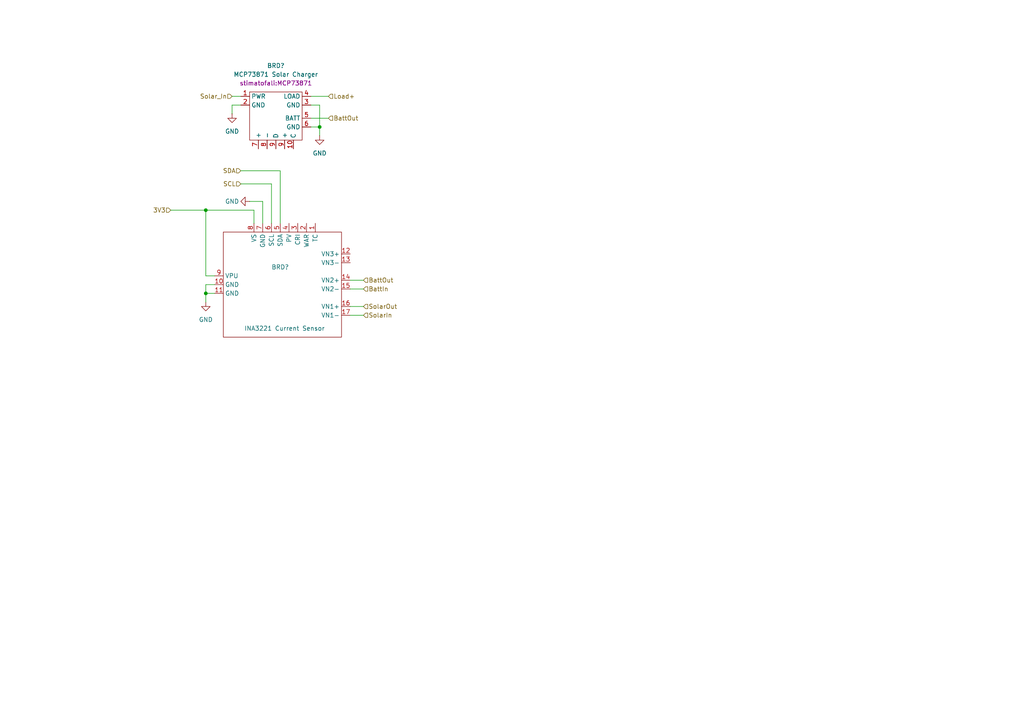
<source format=kicad_sch>
(kicad_sch (version 20250114) (generator "eeschema") (generator_version "9.0")
  (paper "A4")
  (lib_symbols
    (symbol "power:GND" (power) (pin_numbers (hide yes)) (pin_names (offset 0) (hide yes))
      (property "Value" "GND" (at 0 -3.81 0))
      (symbol "GND_0_1"
        (polyline (pts (xy 0 0) (xy 0 -1.27) (xy 1.27 -1.27) (xy 0 -2.54) (xy -1.27 -1.27) (xy 0 -1.27)))
      )
      (symbol "GND_1_1"
        (pin power_in line (at 0 0 270) (length 0) (name "~") (number "1"))
      )
    )
    (symbol "stimatofali:INA3221"
      (property "Reference" "BRD" (at 0.254 0.254 0))
      (property "Value" "INA3221 Current Sensor" (at 0 3.302 0))
      (symbol "INA3221_1_1"
        (rectangle (start -17.78 15.24) (end 16.51 -15.24))
        (pin output line (at -20.32 2.54 0) (length 2.54) (name "VPU") (number "9"))
        (pin output line (at -20.32 0 0) (length 2.54) (name "GND") (number "10"))
        (pin output line (at -20.32 -2.54 0) (length 2.54) (name "GND") (number "11"))
        (pin output line (at -8.89 17.78 270) (length 2.54) (name "VS") (number "8"))
        (pin output line (at -6.35 17.78 270) (length 2.54) (name "GND") (number "7"))
        (pin output line (at -3.81 17.78 270) (length 2.54) (name "SCL") (number "6"))
        (pin output line (at -1.27 17.78 270) (length 2.54) (name "SDA") (number "5"))
        (pin output line (at 1.27 17.78 270) (length 2.54) (name "PV") (number "4"))
        (pin output line (at 3.81 17.78 270) (length 2.54) (name "CRI") (number "3"))
        (pin output line (at 6.35 17.78 270) (length 2.54) (name "WAR") (number "2"))
        (pin output line (at 8.89 17.78 270) (length 2.54) (name "TC") (number "1"))
        (pin output line (at 19.05 8.89 180) (length 2.54) (name "VN3+") (number "12"))
        (pin output line (at 19.05 6.35 180) (length 2.54) (name "VN3-") (number "13"))
        (pin output line (at 19.05 1.27 180) (length 2.54) (name "VN2+") (number "14"))
        (pin output line (at 19.05 -1.27 180) (length 2.54) (name "VN2-") (number "15"))
        (pin output line (at 19.05 -6.35 180) (length 2.54) (name "VN1+") (number "16"))
        (pin output line (at 19.05 -8.89 180) (length 2.54) (name "VN1-") (number "17"))
      )
    )
    (symbol "stimatofali:MCP73871Board"
      (property "Reference" "BRD" (at 0 0 0))
      (property "Value" "MCP73871 Solar Charger" (at 0.508 7.874 0))
      (property "Footprint" "stimatofali:MCP73871" (at 0 0 0))
      (symbol "MCP73871Board_0_1"
        (rectangle (start -7.62 5.08) (end 7.62 -8.89))
      )
      (symbol "MCP73871Board_1_1"
        (pin power_in line (at -10.16 3.81 0) (length 2.54) (name "PWR") (number "1"))
        (pin power_in line (at -10.16 1.27 0) (length 2.54) (name "GND") (number "2"))
        (pin input line (at -5.08 -11.43 90) (length 2.54) (name "+") (number "7"))
        (pin input line (at -2.54 -11.43 90) (length 2.54) (name "-") (number "8"))
        (pin input line (at 0 -11.43 90) (length 2.54) (name "D") (number "9"))
        (pin input line (at 2.54 -11.43 90) (length 2.54) (name "+") (number "9"))
        (pin input line (at 5.08 -11.43 90) (length 2.54) (name "C") (number "10"))
        (pin power_in line (at 10.16 3.81 180) (length 2.54) (name "LOAD") (number "4"))
        (pin power_in line (at 10.16 1.27 180) (length 2.54) (name "GND") (number "3"))
        (pin power_in line (at 10.16 -2.54 180) (length 2.54) (name "BATT") (number "5"))
        (pin power_in line (at 10.16 -5.08 180) (length 2.54) (name "GND") (number "6"))
      )
    )
  )
  (junction (at 59.69 60.96))
  (junction (at 92.71 36.83))
  (junction (at 59.69 85.09))
  (wire (pts (xy 101.6 83.82) (xy 105.41 83.82)))
  (wire (pts (xy 90.17 36.83) (xy 92.71 36.83)))
  (wire (pts (xy 59.69 60.96) (xy 73.66 60.96)))
  (wire (pts (xy 76.2 58.42) (xy 76.2 64.77)))
  (wire (pts (xy 67.31 33.02) (xy 67.31 30.48)))
  (wire (pts (xy 69.85 53.34) (xy 78.74 53.34)))
  (wire (pts (xy 72.39 58.42) (xy 76.2 58.42)))
  (wire (pts (xy 49.53 60.96) (xy 59.69 60.96)))
  (wire (pts (xy 92.71 36.83) (xy 92.71 39.37)))
  (wire (pts (xy 59.69 82.55) (xy 62.23 82.55)))
  (wire (pts (xy 69.85 49.53) (xy 81.28 49.53)))
  (wire (pts (xy 67.31 27.94) (xy 69.85 27.94)))
  (wire (pts (xy 101.6 91.44) (xy 105.41 91.44)))
  (wire (pts (xy 59.69 85.09) (xy 62.23 85.09)))
  (wire (pts (xy 101.6 81.28) (xy 105.41 81.28)))
  (wire (pts (xy 90.17 30.48) (xy 92.71 30.48)))
  (wire (pts (xy 78.74 53.34) (xy 78.74 64.77)))
  (wire (pts (xy 59.69 87.63) (xy 59.69 85.09)))
  (wire (pts (xy 59.69 80.01) (xy 62.23 80.01)))
  (wire (pts (xy 59.69 85.09) (xy 59.69 82.55)))
  (wire (pts (xy 90.17 34.29) (xy 95.25 34.29)))
  (wire (pts (xy 67.31 30.48) (xy 69.85 30.48)))
  (wire (pts (xy 73.66 60.96) (xy 73.66 64.77)))
  (wire (pts (xy 81.28 49.53) (xy 81.28 64.77)))
  (wire (pts (xy 59.69 60.96) (xy 59.69 80.01)))
  (wire (pts (xy 101.6 88.9) (xy 105.41 88.9)))
  (wire (pts (xy 90.17 27.94) (xy 95.25 27.94)))
  (wire (pts (xy 92.71 30.48) (xy 92.71 36.83)))
  (hierarchical_label "SDA" (shape input) (at 69.85 49.53 180))
  (hierarchical_label "BattIn" (shape input) (at 105.41 83.82 0))
  (hierarchical_label "BattOut" (shape input) (at 105.41 81.28 0))
  (hierarchical_label "SolarOut" (shape input) (at 105.41 88.9 0))
  (hierarchical_label "Load+" (shape input) (at 95.25 27.94 0))
  (hierarchical_label "BattOut" (shape input) (at 95.25 34.29 0))
  (hierarchical_label "3V3" (shape input) (at 49.53 60.96 180))
  (hierarchical_label "SolarIn" (shape input) (at 105.41 91.44 0))
  (hierarchical_label "Solar_In" (shape input) (at 67.31 27.94 180))
  (hierarchical_label "SCL" (shape input) (at 69.85 53.34 180))
  (symbol (lib_id "power:GND") (at 59.69 87.63 0) (unit 1)
    (property "Reference" "#PWR014" (effects (hide yes)))
    (property "Value" "GND" (at 59.69 92.71 0))
    (property "Description" "Power symbol creates a global label with name \"GND\" , ground" (effects (hide yes)))
  )
  (symbol (lib_id "power:GND") (at 72.39 58.42 270) (unit 1)
    (property "Reference" "#PWR015" (effects (hide yes)))
    (property "Value" "GND" (at 67.31 58.42 90))
    (property "Description" "Power symbol creates a global label with name \"GND\" , ground" (effects (hide yes)))
  )
  (symbol (lib_id "power:GND") (at 67.31 33.02 0) (unit 1)
    (property "Reference" "#PWR012" (effects (hide yes)))
    (property "Value" "GND" (at 67.31 38.1 0))
    (property "Description" "Power symbol creates a global label with name \"GND\" , ground" (effects (hide yes)))
  )
  (symbol (lib_id "stimatofali:INA3221") (at 82.55 82.55 0) (unit 1)
    (property "Reference" "BRD?" (at 81.28 77.47 0))
    (property "Value" "INA3221 Current Sensor" (at 82.55 95.25 0))
    (property "Footprint" "stimatofali:INA3221 Current Sensor" (effects (hide yes)))
  )
  (symbol (lib_id "power:GND") (at 92.71 39.37 0) (unit 1)
    (property "Reference" "#PWR013" (effects (hide yes)))
    (property "Value" "GND" (at 92.71 44.45 0))
    (property "Description" "Power symbol creates a global label with name \"GND\" , ground" (effects (hide yes)))
  )
  (symbol (lib_id "stimatofali:MCP73871Board") (at 80.01 31.75 0) (unit 1)
    (property "Reference" "BRD?" (at 80.01 19.05 0))
    (property "Value" "MCP73871 Solar Charger" (at 80.01 21.59 0))
    (property "Footprint" "stimatofali:MCP73871" (at 80.01 24.13 0))
  )
)
</source>
